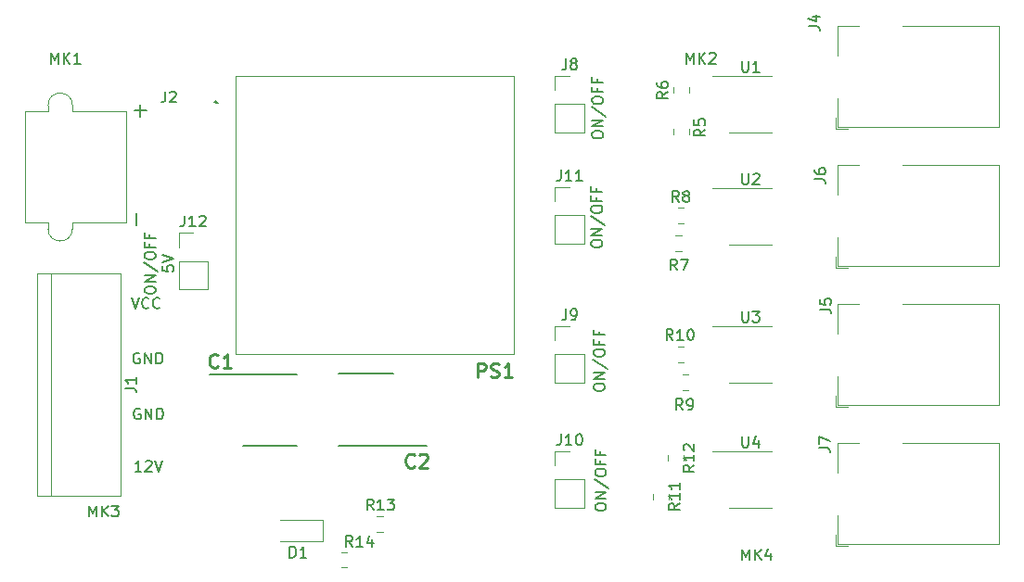
<source format=gto>
G04 #@! TF.GenerationSoftware,KiCad,Pcbnew,(5.1.5)-3*
G04 #@! TF.CreationDate,2020-10-25T23:42:07+01:00*
G04 #@! TF.ProjectId,alim_hat,616c696d-5f68-4617-942e-6b696361645f,rev?*
G04 #@! TF.SameCoordinates,Original*
G04 #@! TF.FileFunction,Legend,Top*
G04 #@! TF.FilePolarity,Positive*
%FSLAX46Y46*%
G04 Gerber Fmt 4.6, Leading zero omitted, Abs format (unit mm)*
G04 Created by KiCad (PCBNEW (5.1.5)-3) date 2020-10-25 23:42:07*
%MOMM*%
%LPD*%
G04 APERTURE LIST*
%ADD10C,0.150000*%
%ADD11C,0.120000*%
%ADD12C,0.200000*%
%ADD13C,0.100000*%
%ADD14C,0.254000*%
G04 APERTURE END LIST*
D10*
X210727940Y-122625469D02*
X210727940Y-122434993D01*
X210775560Y-122339755D01*
X210870798Y-122244517D01*
X211061274Y-122196898D01*
X211394607Y-122196898D01*
X211585083Y-122244517D01*
X211680321Y-122339755D01*
X211727940Y-122434993D01*
X211727940Y-122625469D01*
X211680321Y-122720707D01*
X211585083Y-122815945D01*
X211394607Y-122863564D01*
X211061274Y-122863564D01*
X210870798Y-122815945D01*
X210775560Y-122720707D01*
X210727940Y-122625469D01*
X211727940Y-121768326D02*
X210727940Y-121768326D01*
X211727940Y-121196898D01*
X210727940Y-121196898D01*
X210680321Y-120006421D02*
X211966036Y-120863564D01*
X210727940Y-119482612D02*
X210727940Y-119292136D01*
X210775560Y-119196898D01*
X210870798Y-119101660D01*
X211061274Y-119054040D01*
X211394607Y-119054040D01*
X211585083Y-119101660D01*
X211680321Y-119196898D01*
X211727940Y-119292136D01*
X211727940Y-119482612D01*
X211680321Y-119577850D01*
X211585083Y-119673088D01*
X211394607Y-119720707D01*
X211061274Y-119720707D01*
X210870798Y-119673088D01*
X210775560Y-119577850D01*
X210727940Y-119482612D01*
X211204131Y-118292136D02*
X211204131Y-118625469D01*
X211727940Y-118625469D02*
X210727940Y-118625469D01*
X210727940Y-118149279D01*
X211204131Y-117434993D02*
X211204131Y-117768326D01*
X211727940Y-117768326D02*
X210727940Y-117768326D01*
X210727940Y-117292136D01*
X212377940Y-120292136D02*
X212377940Y-120768326D01*
X212854131Y-120815945D01*
X212806512Y-120768326D01*
X212758893Y-120673088D01*
X212758893Y-120434993D01*
X212806512Y-120339755D01*
X212854131Y-120292136D01*
X212949369Y-120244517D01*
X213187464Y-120244517D01*
X213282702Y-120292136D01*
X213330321Y-120339755D01*
X213377940Y-120434993D01*
X213377940Y-120673088D01*
X213330321Y-120768326D01*
X213282702Y-120815945D01*
X212377940Y-119958802D02*
X213377940Y-119625469D01*
X212377940Y-119292136D01*
X210435032Y-139121440D02*
X209863603Y-139121440D01*
X210149318Y-139121440D02*
X210149318Y-138121440D01*
X210054080Y-138264298D01*
X209958841Y-138359536D01*
X209863603Y-138407155D01*
X210815984Y-138216679D02*
X210863603Y-138169060D01*
X210958841Y-138121440D01*
X211196937Y-138121440D01*
X211292175Y-138169060D01*
X211339794Y-138216679D01*
X211387413Y-138311917D01*
X211387413Y-138407155D01*
X211339794Y-138550012D01*
X210768365Y-139121440D01*
X211387413Y-139121440D01*
X211673127Y-138121440D02*
X212006460Y-139121440D01*
X212339794Y-138121440D01*
X210320115Y-133378620D02*
X210224877Y-133331000D01*
X210082020Y-133331000D01*
X209939162Y-133378620D01*
X209843924Y-133473858D01*
X209796305Y-133569096D01*
X209748686Y-133759572D01*
X209748686Y-133902429D01*
X209796305Y-134092905D01*
X209843924Y-134188143D01*
X209939162Y-134283381D01*
X210082020Y-134331000D01*
X210177258Y-134331000D01*
X210320115Y-134283381D01*
X210367734Y-134235762D01*
X210367734Y-133902429D01*
X210177258Y-133902429D01*
X210796305Y-134331000D02*
X210796305Y-133331000D01*
X211367734Y-134331000D01*
X211367734Y-133331000D01*
X211843924Y-134331000D02*
X211843924Y-133331000D01*
X212082020Y-133331000D01*
X212224877Y-133378620D01*
X212320115Y-133473858D01*
X212367734Y-133569096D01*
X212415353Y-133759572D01*
X212415353Y-133902429D01*
X212367734Y-134092905D01*
X212320115Y-134188143D01*
X212224877Y-134283381D01*
X212082020Y-134331000D01*
X211843924Y-134331000D01*
X210264235Y-128298620D02*
X210168997Y-128251000D01*
X210026140Y-128251000D01*
X209883282Y-128298620D01*
X209788044Y-128393858D01*
X209740425Y-128489096D01*
X209692806Y-128679572D01*
X209692806Y-128822429D01*
X209740425Y-129012905D01*
X209788044Y-129108143D01*
X209883282Y-129203381D01*
X210026140Y-129251000D01*
X210121378Y-129251000D01*
X210264235Y-129203381D01*
X210311854Y-129155762D01*
X210311854Y-128822429D01*
X210121378Y-128822429D01*
X210740425Y-129251000D02*
X210740425Y-128251000D01*
X211311854Y-129251000D01*
X211311854Y-128251000D01*
X211788044Y-129251000D02*
X211788044Y-128251000D01*
X212026140Y-128251000D01*
X212168997Y-128298620D01*
X212264235Y-128393858D01*
X212311854Y-128489096D01*
X212359473Y-128679572D01*
X212359473Y-128822429D01*
X212311854Y-129012905D01*
X212264235Y-129108143D01*
X212168997Y-129203381D01*
X212026140Y-129251000D01*
X211788044Y-129251000D01*
X209542946Y-123219260D02*
X209876280Y-124219260D01*
X210209613Y-123219260D01*
X211114375Y-124124022D02*
X211066756Y-124171641D01*
X210923899Y-124219260D01*
X210828660Y-124219260D01*
X210685803Y-124171641D01*
X210590565Y-124076403D01*
X210542946Y-123981165D01*
X210495327Y-123790689D01*
X210495327Y-123647832D01*
X210542946Y-123457356D01*
X210590565Y-123362118D01*
X210685803Y-123266880D01*
X210828660Y-123219260D01*
X210923899Y-123219260D01*
X211066756Y-123266880D01*
X211114375Y-123314499D01*
X212114375Y-124124022D02*
X212066756Y-124171641D01*
X211923899Y-124219260D01*
X211828660Y-124219260D01*
X211685803Y-124171641D01*
X211590565Y-124076403D01*
X211542946Y-123981165D01*
X211495327Y-123790689D01*
X211495327Y-123647832D01*
X211542946Y-123457356D01*
X211590565Y-123362118D01*
X211685803Y-123266880D01*
X211828660Y-123219260D01*
X211923899Y-123219260D01*
X212066756Y-123266880D01*
X212114375Y-123314499D01*
X251578260Y-108426869D02*
X251578260Y-108236393D01*
X251625880Y-108141155D01*
X251721118Y-108045917D01*
X251911594Y-107998298D01*
X252244927Y-107998298D01*
X252435403Y-108045917D01*
X252530641Y-108141155D01*
X252578260Y-108236393D01*
X252578260Y-108426869D01*
X252530641Y-108522107D01*
X252435403Y-108617345D01*
X252244927Y-108664964D01*
X251911594Y-108664964D01*
X251721118Y-108617345D01*
X251625880Y-108522107D01*
X251578260Y-108426869D01*
X252578260Y-107569726D02*
X251578260Y-107569726D01*
X252578260Y-106998298D01*
X251578260Y-106998298D01*
X251530641Y-105807821D02*
X252816356Y-106664964D01*
X251578260Y-105284012D02*
X251578260Y-105093536D01*
X251625880Y-104998298D01*
X251721118Y-104903060D01*
X251911594Y-104855440D01*
X252244927Y-104855440D01*
X252435403Y-104903060D01*
X252530641Y-104998298D01*
X252578260Y-105093536D01*
X252578260Y-105284012D01*
X252530641Y-105379250D01*
X252435403Y-105474488D01*
X252244927Y-105522107D01*
X251911594Y-105522107D01*
X251721118Y-105474488D01*
X251625880Y-105379250D01*
X251578260Y-105284012D01*
X252054451Y-104093536D02*
X252054451Y-104426869D01*
X252578260Y-104426869D02*
X251578260Y-104426869D01*
X251578260Y-103950679D01*
X252054451Y-103236393D02*
X252054451Y-103569726D01*
X252578260Y-103569726D02*
X251578260Y-103569726D01*
X251578260Y-103093536D01*
X251507140Y-118376049D02*
X251507140Y-118185573D01*
X251554760Y-118090335D01*
X251649998Y-117995097D01*
X251840474Y-117947478D01*
X252173807Y-117947478D01*
X252364283Y-117995097D01*
X252459521Y-118090335D01*
X252507140Y-118185573D01*
X252507140Y-118376049D01*
X252459521Y-118471287D01*
X252364283Y-118566525D01*
X252173807Y-118614144D01*
X251840474Y-118614144D01*
X251649998Y-118566525D01*
X251554760Y-118471287D01*
X251507140Y-118376049D01*
X252507140Y-117518906D02*
X251507140Y-117518906D01*
X252507140Y-116947478D01*
X251507140Y-116947478D01*
X251459521Y-115757001D02*
X252745236Y-116614144D01*
X251507140Y-115233192D02*
X251507140Y-115042716D01*
X251554760Y-114947478D01*
X251649998Y-114852240D01*
X251840474Y-114804620D01*
X252173807Y-114804620D01*
X252364283Y-114852240D01*
X252459521Y-114947478D01*
X252507140Y-115042716D01*
X252507140Y-115233192D01*
X252459521Y-115328430D01*
X252364283Y-115423668D01*
X252173807Y-115471287D01*
X251840474Y-115471287D01*
X251649998Y-115423668D01*
X251554760Y-115328430D01*
X251507140Y-115233192D01*
X251983331Y-114042716D02*
X251983331Y-114376049D01*
X252507140Y-114376049D02*
X251507140Y-114376049D01*
X251507140Y-113899859D01*
X251983331Y-113185573D02*
X251983331Y-113518906D01*
X252507140Y-113518906D02*
X251507140Y-113518906D01*
X251507140Y-113042716D01*
X251717960Y-131497689D02*
X251717960Y-131307213D01*
X251765580Y-131211975D01*
X251860818Y-131116737D01*
X252051294Y-131069118D01*
X252384627Y-131069118D01*
X252575103Y-131116737D01*
X252670341Y-131211975D01*
X252717960Y-131307213D01*
X252717960Y-131497689D01*
X252670341Y-131592927D01*
X252575103Y-131688165D01*
X252384627Y-131735784D01*
X252051294Y-131735784D01*
X251860818Y-131688165D01*
X251765580Y-131592927D01*
X251717960Y-131497689D01*
X252717960Y-130640546D02*
X251717960Y-130640546D01*
X252717960Y-130069118D01*
X251717960Y-130069118D01*
X251670341Y-128878641D02*
X252956056Y-129735784D01*
X251717960Y-128354832D02*
X251717960Y-128164356D01*
X251765580Y-128069118D01*
X251860818Y-127973880D01*
X252051294Y-127926260D01*
X252384627Y-127926260D01*
X252575103Y-127973880D01*
X252670341Y-128069118D01*
X252717960Y-128164356D01*
X252717960Y-128354832D01*
X252670341Y-128450070D01*
X252575103Y-128545308D01*
X252384627Y-128592927D01*
X252051294Y-128592927D01*
X251860818Y-128545308D01*
X251765580Y-128450070D01*
X251717960Y-128354832D01*
X252194151Y-127164356D02*
X252194151Y-127497689D01*
X252717960Y-127497689D02*
X251717960Y-127497689D01*
X251717960Y-127021499D01*
X252194151Y-126307213D02*
X252194151Y-126640546D01*
X252717960Y-126640546D02*
X251717960Y-126640546D01*
X251717960Y-126164356D01*
X251860200Y-142434929D02*
X251860200Y-142244453D01*
X251907820Y-142149215D01*
X252003058Y-142053977D01*
X252193534Y-142006358D01*
X252526867Y-142006358D01*
X252717343Y-142053977D01*
X252812581Y-142149215D01*
X252860200Y-142244453D01*
X252860200Y-142434929D01*
X252812581Y-142530167D01*
X252717343Y-142625405D01*
X252526867Y-142673024D01*
X252193534Y-142673024D01*
X252003058Y-142625405D01*
X251907820Y-142530167D01*
X251860200Y-142434929D01*
X252860200Y-141577786D02*
X251860200Y-141577786D01*
X252860200Y-141006358D01*
X251860200Y-141006358D01*
X251812581Y-139815881D02*
X253098296Y-140673024D01*
X251860200Y-139292072D02*
X251860200Y-139101596D01*
X251907820Y-139006358D01*
X252003058Y-138911120D01*
X252193534Y-138863500D01*
X252526867Y-138863500D01*
X252717343Y-138911120D01*
X252812581Y-139006358D01*
X252860200Y-139101596D01*
X252860200Y-139292072D01*
X252812581Y-139387310D01*
X252717343Y-139482548D01*
X252526867Y-139530167D01*
X252193534Y-139530167D01*
X252003058Y-139482548D01*
X251907820Y-139387310D01*
X251860200Y-139292072D01*
X252336391Y-138101596D02*
X252336391Y-138434929D01*
X252860200Y-138434929D02*
X251860200Y-138434929D01*
X251860200Y-137958739D01*
X252336391Y-137244453D02*
X252336391Y-137577786D01*
X252860200Y-137577786D02*
X251860200Y-137577786D01*
X251860200Y-137101596D01*
D11*
X228664402Y-147877900D02*
X229181558Y-147877900D01*
X228664402Y-146457900D02*
X229181558Y-146457900D01*
X226966740Y-145508520D02*
X223066740Y-145508520D01*
X226966740Y-143508520D02*
X223066740Y-143508520D01*
X226966740Y-145508520D02*
X226966740Y-143508520D01*
D12*
X219719020Y-136797620D02*
X224669020Y-136797620D01*
X216669020Y-130197620D02*
X224669020Y-130197620D01*
D11*
X232465778Y-143171140D02*
X231948622Y-143171140D01*
X232465778Y-144591140D02*
X231948622Y-144591140D01*
X201920200Y-105643580D02*
G75*
G02X204140200Y-105643580I1110000J0D01*
G01*
X204140200Y-116943580D02*
G75*
G02X201920200Y-116943580I-1110000J0D01*
G01*
X199820200Y-106233580D02*
X201920200Y-106233580D01*
X204140200Y-116943580D02*
X204140200Y-116353580D01*
X201920200Y-116943580D02*
X201920200Y-116353580D01*
X201920200Y-106233580D02*
X201920200Y-105643580D01*
X204140200Y-106233580D02*
X204140200Y-105643580D01*
X204140200Y-106233580D02*
X209040200Y-106233580D01*
X199820200Y-116353580D02*
X201920200Y-116353580D01*
X204140200Y-116353580D02*
X209040200Y-116353580D01*
X209040200Y-116353580D02*
X209040200Y-106233580D01*
X199820200Y-116353580D02*
X199820200Y-106233580D01*
X213846500Y-117273060D02*
X215176500Y-117273060D01*
X213846500Y-118603060D02*
X213846500Y-117273060D01*
X213846500Y-119873060D02*
X216506500Y-119873060D01*
X216506500Y-119873060D02*
X216506500Y-122473060D01*
X213846500Y-119873060D02*
X213846500Y-122473060D01*
X213846500Y-122473060D02*
X216506500Y-122473060D01*
D12*
X217290000Y-105410000D02*
X217290000Y-105410000D01*
X217390000Y-105410000D02*
X217390000Y-105410000D01*
X217290000Y-105410000D02*
X217290000Y-105410000D01*
D13*
X219050000Y-102970000D02*
X219050000Y-128370000D01*
X244450000Y-102970000D02*
X219050000Y-102970000D01*
X244450000Y-128370000D02*
X244450000Y-102970000D01*
X219050000Y-128370000D02*
X244450000Y-128370000D01*
D12*
X217190000Y-105410000D02*
G75*
G02X217290000Y-105410000I50000J0D01*
G01*
X217090000Y-105410000D02*
G75*
G02X217390000Y-105410000I150000J0D01*
G01*
X217190000Y-105410000D02*
G75*
G02X217290000Y-105410000I50000J0D01*
G01*
D11*
X259892000Y-138135158D02*
X259892000Y-137618002D01*
X258472000Y-138135158D02*
X258472000Y-137618002D01*
X258540720Y-141647978D02*
X258540720Y-141130822D01*
X257120720Y-141647978D02*
X257120720Y-141130822D01*
X259948578Y-127700000D02*
X259431422Y-127700000D01*
X259948578Y-129120000D02*
X259431422Y-129120000D01*
X259811422Y-131660000D02*
X260328578Y-131660000D01*
X259811422Y-130240000D02*
X260328578Y-130240000D01*
X259948578Y-115000000D02*
X259431422Y-115000000D01*
X259948578Y-116420000D02*
X259431422Y-116420000D01*
X259211422Y-118960000D02*
X259728578Y-118960000D01*
X259211422Y-117540000D02*
X259728578Y-117540000D01*
X260400000Y-104538578D02*
X260400000Y-104021422D01*
X258980000Y-104538578D02*
X258980000Y-104021422D01*
X260400000Y-108348578D02*
X260400000Y-107831422D01*
X258980000Y-108348578D02*
X258980000Y-107831422D01*
X248200000Y-113110000D02*
X249530000Y-113110000D01*
X248200000Y-114440000D02*
X248200000Y-113110000D01*
X248200000Y-115710000D02*
X250860000Y-115710000D01*
X250860000Y-115710000D02*
X250860000Y-118310000D01*
X248200000Y-115710000D02*
X248200000Y-118310000D01*
X248200000Y-118310000D02*
X250860000Y-118310000D01*
X248200000Y-137240000D02*
X249530000Y-137240000D01*
X248200000Y-138570000D02*
X248200000Y-137240000D01*
X248200000Y-139840000D02*
X250860000Y-139840000D01*
X250860000Y-139840000D02*
X250860000Y-142440000D01*
X248200000Y-139840000D02*
X248200000Y-142440000D01*
X248200000Y-142440000D02*
X250860000Y-142440000D01*
X248200000Y-125810000D02*
X249530000Y-125810000D01*
X248200000Y-127140000D02*
X248200000Y-125810000D01*
X248200000Y-128410000D02*
X250860000Y-128410000D01*
X250860000Y-128410000D02*
X250860000Y-131010000D01*
X248200000Y-128410000D02*
X248200000Y-131010000D01*
X248200000Y-131010000D02*
X250860000Y-131010000D01*
X248200000Y-102950000D02*
X249530000Y-102950000D01*
X248200000Y-104280000D02*
X248200000Y-102950000D01*
X248200000Y-105550000D02*
X250860000Y-105550000D01*
X250860000Y-105550000D02*
X250860000Y-108150000D01*
X248200000Y-105550000D02*
X248200000Y-108150000D01*
X248200000Y-108150000D02*
X250860000Y-108150000D01*
X274030000Y-145710000D02*
X274030000Y-143110000D01*
X288730000Y-145710000D02*
X274030000Y-145710000D01*
X274030000Y-136510000D02*
X275930000Y-136510000D01*
X274030000Y-139210000D02*
X274030000Y-136510000D01*
X288730000Y-136510000D02*
X288730000Y-145710000D01*
X279930000Y-136510000D02*
X288730000Y-136510000D01*
X274880000Y-145910000D02*
X273830000Y-145910000D01*
X273830000Y-144860000D02*
X273830000Y-145910000D01*
X274030000Y-120310000D02*
X274030000Y-117710000D01*
X288730000Y-120310000D02*
X274030000Y-120310000D01*
X274030000Y-111110000D02*
X275930000Y-111110000D01*
X274030000Y-113810000D02*
X274030000Y-111110000D01*
X288730000Y-111110000D02*
X288730000Y-120310000D01*
X279930000Y-111110000D02*
X288730000Y-111110000D01*
X274880000Y-120510000D02*
X273830000Y-120510000D01*
X273830000Y-119460000D02*
X273830000Y-120510000D01*
X274030000Y-133010000D02*
X274030000Y-130410000D01*
X288730000Y-133010000D02*
X274030000Y-133010000D01*
X274030000Y-123810000D02*
X275930000Y-123810000D01*
X274030000Y-126510000D02*
X274030000Y-123810000D01*
X288730000Y-123810000D02*
X288730000Y-133010000D01*
X279930000Y-123810000D02*
X288730000Y-123810000D01*
X274880000Y-133210000D02*
X273830000Y-133210000D01*
X273830000Y-132160000D02*
X273830000Y-133210000D01*
X274030000Y-107610000D02*
X274030000Y-105010000D01*
X288730000Y-107610000D02*
X274030000Y-107610000D01*
X274030000Y-98410000D02*
X275930000Y-98410000D01*
X274030000Y-101110000D02*
X274030000Y-98410000D01*
X288730000Y-98410000D02*
X288730000Y-107610000D01*
X279930000Y-98410000D02*
X288730000Y-98410000D01*
X274880000Y-107810000D02*
X273830000Y-107810000D01*
X273830000Y-106760000D02*
X273830000Y-107810000D01*
X266040000Y-137280000D02*
X262590000Y-137280000D01*
X266040000Y-137280000D02*
X267990000Y-137280000D01*
X266040000Y-142400000D02*
X264090000Y-142400000D01*
X266040000Y-142400000D02*
X267990000Y-142400000D01*
X266040000Y-125850000D02*
X262590000Y-125850000D01*
X266040000Y-125850000D02*
X267990000Y-125850000D01*
X266040000Y-130970000D02*
X264090000Y-130970000D01*
X266040000Y-130970000D02*
X267990000Y-130970000D01*
X266040000Y-113250000D02*
X262590000Y-113250000D01*
X266040000Y-113250000D02*
X267990000Y-113250000D01*
X266040000Y-118370000D02*
X264090000Y-118370000D01*
X266040000Y-118370000D02*
X267990000Y-118370000D01*
X266040000Y-102990000D02*
X262590000Y-102990000D01*
X266040000Y-102990000D02*
X267990000Y-102990000D01*
X266040000Y-108110000D02*
X264090000Y-108110000D01*
X266040000Y-108110000D02*
X267990000Y-108110000D01*
D12*
X233400000Y-130190000D02*
X228450000Y-130190000D01*
X236450000Y-136790000D02*
X228450000Y-136790000D01*
D11*
X200900000Y-121020000D02*
X200900000Y-141340000D01*
X208520000Y-121020000D02*
X208520000Y-141340000D01*
X202170000Y-141340000D02*
X202170000Y-121020000D01*
X200900000Y-141340000D02*
X208520000Y-141340000D01*
X208520000Y-121020000D02*
X200900000Y-121020000D01*
D10*
X229699982Y-145984520D02*
X229366649Y-145508330D01*
X229128554Y-145984520D02*
X229128554Y-144984520D01*
X229509506Y-144984520D01*
X229604744Y-145032140D01*
X229652363Y-145079759D01*
X229699982Y-145174997D01*
X229699982Y-145317854D01*
X229652363Y-145413092D01*
X229604744Y-145460711D01*
X229509506Y-145508330D01*
X229128554Y-145508330D01*
X230652363Y-145984520D02*
X230080935Y-145984520D01*
X230366649Y-145984520D02*
X230366649Y-144984520D01*
X230271411Y-145127378D01*
X230176173Y-145222616D01*
X230080935Y-145270235D01*
X231509506Y-145317854D02*
X231509506Y-145984520D01*
X231271411Y-144936901D02*
X231033316Y-145651187D01*
X231652363Y-145651187D01*
X223978644Y-146960900D02*
X223978644Y-145960900D01*
X224216740Y-145960900D01*
X224359597Y-146008520D01*
X224454835Y-146103758D01*
X224502454Y-146198996D01*
X224550073Y-146389472D01*
X224550073Y-146532329D01*
X224502454Y-146722805D01*
X224454835Y-146818043D01*
X224359597Y-146913281D01*
X224216740Y-146960900D01*
X223978644Y-146960900D01*
X225502454Y-146960900D02*
X224931025Y-146960900D01*
X225216740Y-146960900D02*
X225216740Y-145960900D01*
X225121501Y-146103758D01*
X225026263Y-146198996D01*
X224931025Y-146246615D01*
D14*
X217428633Y-129513811D02*
X217368157Y-129574287D01*
X217186728Y-129634763D01*
X217065776Y-129634763D01*
X216884347Y-129574287D01*
X216763395Y-129453335D01*
X216702919Y-129332382D01*
X216642442Y-129090478D01*
X216642442Y-128909049D01*
X216702919Y-128667144D01*
X216763395Y-128546192D01*
X216884347Y-128425240D01*
X217065776Y-128364763D01*
X217186728Y-128364763D01*
X217368157Y-128425240D01*
X217428633Y-128485716D01*
X218638157Y-129634763D02*
X217912442Y-129634763D01*
X218275300Y-129634763D02*
X218275300Y-128364763D01*
X218154347Y-128546192D01*
X218033395Y-128667144D01*
X217912442Y-128727620D01*
D10*
X265294356Y-147206260D02*
X265294356Y-146206260D01*
X265627689Y-146920546D01*
X265961022Y-146206260D01*
X265961022Y-147206260D01*
X266437213Y-147206260D02*
X266437213Y-146206260D01*
X267008641Y-147206260D02*
X266580070Y-146634832D01*
X267008641Y-146206260D02*
X266437213Y-146777689D01*
X267865784Y-146539594D02*
X267865784Y-147206260D01*
X267627689Y-146158641D02*
X267389594Y-146872927D01*
X268008641Y-146872927D01*
X205685636Y-143226080D02*
X205685636Y-142226080D01*
X206018969Y-142940366D01*
X206352302Y-142226080D01*
X206352302Y-143226080D01*
X206828493Y-143226080D02*
X206828493Y-142226080D01*
X207399921Y-143226080D02*
X206971350Y-142654652D01*
X207399921Y-142226080D02*
X206828493Y-142797509D01*
X207733255Y-142226080D02*
X208352302Y-142226080D01*
X208018969Y-142607033D01*
X208161826Y-142607033D01*
X208257064Y-142654652D01*
X208304683Y-142702271D01*
X208352302Y-142797509D01*
X208352302Y-143035604D01*
X208304683Y-143130842D01*
X208257064Y-143178461D01*
X208161826Y-143226080D01*
X207876112Y-143226080D01*
X207780874Y-143178461D01*
X207733255Y-143130842D01*
X260200476Y-101852380D02*
X260200476Y-100852380D01*
X260533809Y-101566666D01*
X260867142Y-100852380D01*
X260867142Y-101852380D01*
X261343333Y-101852380D02*
X261343333Y-100852380D01*
X261914761Y-101852380D02*
X261486190Y-101280952D01*
X261914761Y-100852380D02*
X261343333Y-101423809D01*
X262295714Y-100947619D02*
X262343333Y-100900000D01*
X262438571Y-100852380D01*
X262676666Y-100852380D01*
X262771904Y-100900000D01*
X262819523Y-100947619D01*
X262867142Y-101042857D01*
X262867142Y-101138095D01*
X262819523Y-101280952D01*
X262248095Y-101852380D01*
X262867142Y-101852380D01*
X202200476Y-101852380D02*
X202200476Y-100852380D01*
X202533809Y-101566666D01*
X202867142Y-100852380D01*
X202867142Y-101852380D01*
X203343333Y-101852380D02*
X203343333Y-100852380D01*
X203914761Y-101852380D02*
X203486190Y-101280952D01*
X203914761Y-100852380D02*
X203343333Y-101423809D01*
X204867142Y-101852380D02*
X204295714Y-101852380D01*
X204581428Y-101852380D02*
X204581428Y-100852380D01*
X204486190Y-100995238D01*
X204390952Y-101090476D01*
X204295714Y-101138095D01*
X231615142Y-142629180D02*
X231281809Y-142152990D01*
X231043714Y-142629180D02*
X231043714Y-141629180D01*
X231424666Y-141629180D01*
X231519904Y-141676800D01*
X231567523Y-141724419D01*
X231615142Y-141819657D01*
X231615142Y-141962514D01*
X231567523Y-142057752D01*
X231519904Y-142105371D01*
X231424666Y-142152990D01*
X231043714Y-142152990D01*
X232567523Y-142629180D02*
X231996095Y-142629180D01*
X232281809Y-142629180D02*
X232281809Y-141629180D01*
X232186571Y-141772038D01*
X232091333Y-141867276D01*
X231996095Y-141914895D01*
X232900857Y-141629180D02*
X233519904Y-141629180D01*
X233186571Y-142010133D01*
X233329428Y-142010133D01*
X233424666Y-142057752D01*
X233472285Y-142105371D01*
X233519904Y-142200609D01*
X233519904Y-142438704D01*
X233472285Y-142533942D01*
X233424666Y-142581561D01*
X233329428Y-142629180D01*
X233043714Y-142629180D01*
X232948476Y-142581561D01*
X232900857Y-142533942D01*
X212618126Y-104387700D02*
X212618126Y-105101986D01*
X212570507Y-105244843D01*
X212475269Y-105340081D01*
X212332412Y-105387700D01*
X212237174Y-105387700D01*
X213046698Y-104482939D02*
X213094317Y-104435320D01*
X213189555Y-104387700D01*
X213427650Y-104387700D01*
X213522888Y-104435320D01*
X213570507Y-104482939D01*
X213618126Y-104578177D01*
X213618126Y-104673415D01*
X213570507Y-104816272D01*
X212999079Y-105387700D01*
X213618126Y-105387700D01*
X210340802Y-106713248D02*
X210340802Y-105570391D01*
X210912231Y-106141820D02*
X209769374Y-106141820D01*
X209957262Y-116634488D02*
X209957262Y-115491631D01*
X214366976Y-115725440D02*
X214366976Y-116439726D01*
X214319357Y-116582583D01*
X214224119Y-116677821D01*
X214081261Y-116725440D01*
X213986023Y-116725440D01*
X215366976Y-116725440D02*
X214795547Y-116725440D01*
X215081261Y-116725440D02*
X215081261Y-115725440D01*
X214986023Y-115868298D01*
X214890785Y-115963536D01*
X214795547Y-116011155D01*
X215747928Y-115820679D02*
X215795547Y-115773060D01*
X215890785Y-115725440D01*
X216128880Y-115725440D01*
X216224119Y-115773060D01*
X216271738Y-115820679D01*
X216319357Y-115915917D01*
X216319357Y-116011155D01*
X216271738Y-116154012D01*
X215700309Y-116725440D01*
X216319357Y-116725440D01*
D14*
X241137477Y-130495823D02*
X241137477Y-129225823D01*
X241621286Y-129225823D01*
X241742239Y-129286300D01*
X241802715Y-129346776D01*
X241863191Y-129467728D01*
X241863191Y-129649157D01*
X241802715Y-129770109D01*
X241742239Y-129830585D01*
X241621286Y-129891061D01*
X241137477Y-129891061D01*
X242347000Y-130435347D02*
X242528429Y-130495823D01*
X242830810Y-130495823D01*
X242951762Y-130435347D01*
X243012239Y-130374871D01*
X243072715Y-130253919D01*
X243072715Y-130132966D01*
X243012239Y-130012014D01*
X242951762Y-129951538D01*
X242830810Y-129891061D01*
X242588905Y-129830585D01*
X242467953Y-129770109D01*
X242407477Y-129709633D01*
X242347000Y-129588680D01*
X242347000Y-129467728D01*
X242407477Y-129346776D01*
X242467953Y-129286300D01*
X242588905Y-129225823D01*
X242891286Y-129225823D01*
X243072715Y-129286300D01*
X244282239Y-130495823D02*
X243556524Y-130495823D01*
X243919381Y-130495823D02*
X243919381Y-129225823D01*
X243798429Y-129407252D01*
X243677477Y-129528204D01*
X243556524Y-129588680D01*
D10*
X260904380Y-138519437D02*
X260428190Y-138852770D01*
X260904380Y-139090865D02*
X259904380Y-139090865D01*
X259904380Y-138709913D01*
X259952000Y-138614675D01*
X259999619Y-138567056D01*
X260094857Y-138519437D01*
X260237714Y-138519437D01*
X260332952Y-138567056D01*
X260380571Y-138614675D01*
X260428190Y-138709913D01*
X260428190Y-139090865D01*
X260904380Y-137567056D02*
X260904380Y-138138484D01*
X260904380Y-137852770D02*
X259904380Y-137852770D01*
X260047238Y-137948008D01*
X260142476Y-138043246D01*
X260190095Y-138138484D01*
X259999619Y-137186103D02*
X259952000Y-137138484D01*
X259904380Y-137043246D01*
X259904380Y-136805151D01*
X259952000Y-136709913D01*
X259999619Y-136662294D01*
X260094857Y-136614675D01*
X260190095Y-136614675D01*
X260332952Y-136662294D01*
X260904380Y-137233722D01*
X260904380Y-136614675D01*
X259553100Y-142032257D02*
X259076910Y-142365590D01*
X259553100Y-142603685D02*
X258553100Y-142603685D01*
X258553100Y-142222733D01*
X258600720Y-142127495D01*
X258648339Y-142079876D01*
X258743577Y-142032257D01*
X258886434Y-142032257D01*
X258981672Y-142079876D01*
X259029291Y-142127495D01*
X259076910Y-142222733D01*
X259076910Y-142603685D01*
X259553100Y-141079876D02*
X259553100Y-141651304D01*
X259553100Y-141365590D02*
X258553100Y-141365590D01*
X258695958Y-141460828D01*
X258791196Y-141556066D01*
X258838815Y-141651304D01*
X259553100Y-140127495D02*
X259553100Y-140698923D01*
X259553100Y-140413209D02*
X258553100Y-140413209D01*
X258695958Y-140508447D01*
X258791196Y-140603685D01*
X258838815Y-140698923D01*
X258953162Y-127104700D02*
X258619829Y-126628510D01*
X258381734Y-127104700D02*
X258381734Y-126104700D01*
X258762686Y-126104700D01*
X258857924Y-126152320D01*
X258905543Y-126199939D01*
X258953162Y-126295177D01*
X258953162Y-126438034D01*
X258905543Y-126533272D01*
X258857924Y-126580891D01*
X258762686Y-126628510D01*
X258381734Y-126628510D01*
X259905543Y-127104700D02*
X259334115Y-127104700D01*
X259619829Y-127104700D02*
X259619829Y-126104700D01*
X259524591Y-126247558D01*
X259429353Y-126342796D01*
X259334115Y-126390415D01*
X260524591Y-126104700D02*
X260619829Y-126104700D01*
X260715067Y-126152320D01*
X260762686Y-126199939D01*
X260810305Y-126295177D01*
X260857924Y-126485653D01*
X260857924Y-126723748D01*
X260810305Y-126914224D01*
X260762686Y-127009462D01*
X260715067Y-127057081D01*
X260619829Y-127104700D01*
X260524591Y-127104700D01*
X260429353Y-127057081D01*
X260381734Y-127009462D01*
X260334115Y-126914224D01*
X260286496Y-126723748D01*
X260286496Y-126485653D01*
X260334115Y-126295177D01*
X260381734Y-126199939D01*
X260429353Y-126152320D01*
X260524591Y-126104700D01*
X259845913Y-133475020D02*
X259512580Y-132998830D01*
X259274484Y-133475020D02*
X259274484Y-132475020D01*
X259655437Y-132475020D01*
X259750675Y-132522640D01*
X259798294Y-132570259D01*
X259845913Y-132665497D01*
X259845913Y-132808354D01*
X259798294Y-132903592D01*
X259750675Y-132951211D01*
X259655437Y-132998830D01*
X259274484Y-132998830D01*
X260322103Y-133475020D02*
X260512580Y-133475020D01*
X260607818Y-133427401D01*
X260655437Y-133379782D01*
X260750675Y-133236925D01*
X260798294Y-133046449D01*
X260798294Y-132665497D01*
X260750675Y-132570259D01*
X260703056Y-132522640D01*
X260607818Y-132475020D01*
X260417341Y-132475020D01*
X260322103Y-132522640D01*
X260274484Y-132570259D01*
X260226865Y-132665497D01*
X260226865Y-132903592D01*
X260274484Y-132998830D01*
X260322103Y-133046449D01*
X260417341Y-133094068D01*
X260607818Y-133094068D01*
X260703056Y-133046449D01*
X260750675Y-132998830D01*
X260798294Y-132903592D01*
X259503013Y-114470740D02*
X259169680Y-113994550D01*
X258931584Y-114470740D02*
X258931584Y-113470740D01*
X259312537Y-113470740D01*
X259407775Y-113518360D01*
X259455394Y-113565979D01*
X259503013Y-113661217D01*
X259503013Y-113804074D01*
X259455394Y-113899312D01*
X259407775Y-113946931D01*
X259312537Y-113994550D01*
X258931584Y-113994550D01*
X260074441Y-113899312D02*
X259979203Y-113851693D01*
X259931584Y-113804074D01*
X259883965Y-113708836D01*
X259883965Y-113661217D01*
X259931584Y-113565979D01*
X259979203Y-113518360D01*
X260074441Y-113470740D01*
X260264918Y-113470740D01*
X260360156Y-113518360D01*
X260407775Y-113565979D01*
X260455394Y-113661217D01*
X260455394Y-113708836D01*
X260407775Y-113804074D01*
X260360156Y-113851693D01*
X260264918Y-113899312D01*
X260074441Y-113899312D01*
X259979203Y-113946931D01*
X259931584Y-113994550D01*
X259883965Y-114089788D01*
X259883965Y-114280264D01*
X259931584Y-114375502D01*
X259979203Y-114423121D01*
X260074441Y-114470740D01*
X260264918Y-114470740D01*
X260360156Y-114423121D01*
X260407775Y-114375502D01*
X260455394Y-114280264D01*
X260455394Y-114089788D01*
X260407775Y-113994550D01*
X260360156Y-113946931D01*
X260264918Y-113899312D01*
X259327753Y-120703900D02*
X258994420Y-120227710D01*
X258756324Y-120703900D02*
X258756324Y-119703900D01*
X259137277Y-119703900D01*
X259232515Y-119751520D01*
X259280134Y-119799139D01*
X259327753Y-119894377D01*
X259327753Y-120037234D01*
X259280134Y-120132472D01*
X259232515Y-120180091D01*
X259137277Y-120227710D01*
X258756324Y-120227710D01*
X259661086Y-119703900D02*
X260327753Y-119703900D01*
X259899181Y-120703900D01*
X258492380Y-104446666D02*
X258016190Y-104780000D01*
X258492380Y-105018095D02*
X257492380Y-105018095D01*
X257492380Y-104637142D01*
X257540000Y-104541904D01*
X257587619Y-104494285D01*
X257682857Y-104446666D01*
X257825714Y-104446666D01*
X257920952Y-104494285D01*
X257968571Y-104541904D01*
X258016190Y-104637142D01*
X258016190Y-105018095D01*
X257492380Y-103589523D02*
X257492380Y-103780000D01*
X257540000Y-103875238D01*
X257587619Y-103922857D01*
X257730476Y-104018095D01*
X257920952Y-104065714D01*
X258301904Y-104065714D01*
X258397142Y-104018095D01*
X258444761Y-103970476D01*
X258492380Y-103875238D01*
X258492380Y-103684761D01*
X258444761Y-103589523D01*
X258397142Y-103541904D01*
X258301904Y-103494285D01*
X258063809Y-103494285D01*
X257968571Y-103541904D01*
X257920952Y-103589523D01*
X257873333Y-103684761D01*
X257873333Y-103875238D01*
X257920952Y-103970476D01*
X257968571Y-104018095D01*
X258063809Y-104065714D01*
X261897520Y-107850266D02*
X261421330Y-108183600D01*
X261897520Y-108421695D02*
X260897520Y-108421695D01*
X260897520Y-108040742D01*
X260945140Y-107945504D01*
X260992759Y-107897885D01*
X261087997Y-107850266D01*
X261230854Y-107850266D01*
X261326092Y-107897885D01*
X261373711Y-107945504D01*
X261421330Y-108040742D01*
X261421330Y-108421695D01*
X260897520Y-106945504D02*
X260897520Y-107421695D01*
X261373711Y-107469314D01*
X261326092Y-107421695D01*
X261278473Y-107326457D01*
X261278473Y-107088361D01*
X261326092Y-106993123D01*
X261373711Y-106945504D01*
X261468949Y-106897885D01*
X261707044Y-106897885D01*
X261802282Y-106945504D01*
X261849901Y-106993123D01*
X261897520Y-107088361D01*
X261897520Y-107326457D01*
X261849901Y-107421695D01*
X261802282Y-107469314D01*
X248720476Y-111562380D02*
X248720476Y-112276666D01*
X248672857Y-112419523D01*
X248577619Y-112514761D01*
X248434761Y-112562380D01*
X248339523Y-112562380D01*
X249720476Y-112562380D02*
X249149047Y-112562380D01*
X249434761Y-112562380D02*
X249434761Y-111562380D01*
X249339523Y-111705238D01*
X249244285Y-111800476D01*
X249149047Y-111848095D01*
X250672857Y-112562380D02*
X250101428Y-112562380D01*
X250387142Y-112562380D02*
X250387142Y-111562380D01*
X250291904Y-111705238D01*
X250196666Y-111800476D01*
X250101428Y-111848095D01*
X248720476Y-135692380D02*
X248720476Y-136406666D01*
X248672857Y-136549523D01*
X248577619Y-136644761D01*
X248434761Y-136692380D01*
X248339523Y-136692380D01*
X249720476Y-136692380D02*
X249149047Y-136692380D01*
X249434761Y-136692380D02*
X249434761Y-135692380D01*
X249339523Y-135835238D01*
X249244285Y-135930476D01*
X249149047Y-135978095D01*
X250339523Y-135692380D02*
X250434761Y-135692380D01*
X250530000Y-135740000D01*
X250577619Y-135787619D01*
X250625238Y-135882857D01*
X250672857Y-136073333D01*
X250672857Y-136311428D01*
X250625238Y-136501904D01*
X250577619Y-136597142D01*
X250530000Y-136644761D01*
X250434761Y-136692380D01*
X250339523Y-136692380D01*
X250244285Y-136644761D01*
X250196666Y-136597142D01*
X250149047Y-136501904D01*
X250101428Y-136311428D01*
X250101428Y-136073333D01*
X250149047Y-135882857D01*
X250196666Y-135787619D01*
X250244285Y-135740000D01*
X250339523Y-135692380D01*
X249196666Y-124262380D02*
X249196666Y-124976666D01*
X249149047Y-125119523D01*
X249053809Y-125214761D01*
X248910952Y-125262380D01*
X248815714Y-125262380D01*
X249720476Y-125262380D02*
X249910952Y-125262380D01*
X250006190Y-125214761D01*
X250053809Y-125167142D01*
X250149047Y-125024285D01*
X250196666Y-124833809D01*
X250196666Y-124452857D01*
X250149047Y-124357619D01*
X250101428Y-124310000D01*
X250006190Y-124262380D01*
X249815714Y-124262380D01*
X249720476Y-124310000D01*
X249672857Y-124357619D01*
X249625238Y-124452857D01*
X249625238Y-124690952D01*
X249672857Y-124786190D01*
X249720476Y-124833809D01*
X249815714Y-124881428D01*
X250006190Y-124881428D01*
X250101428Y-124833809D01*
X250149047Y-124786190D01*
X250196666Y-124690952D01*
X249196666Y-101402380D02*
X249196666Y-102116666D01*
X249149047Y-102259523D01*
X249053809Y-102354761D01*
X248910952Y-102402380D01*
X248815714Y-102402380D01*
X249815714Y-101830952D02*
X249720476Y-101783333D01*
X249672857Y-101735714D01*
X249625238Y-101640476D01*
X249625238Y-101592857D01*
X249672857Y-101497619D01*
X249720476Y-101450000D01*
X249815714Y-101402380D01*
X250006190Y-101402380D01*
X250101428Y-101450000D01*
X250149047Y-101497619D01*
X250196666Y-101592857D01*
X250196666Y-101640476D01*
X250149047Y-101735714D01*
X250101428Y-101783333D01*
X250006190Y-101830952D01*
X249815714Y-101830952D01*
X249720476Y-101878571D01*
X249672857Y-101926190D01*
X249625238Y-102021428D01*
X249625238Y-102211904D01*
X249672857Y-102307142D01*
X249720476Y-102354761D01*
X249815714Y-102402380D01*
X250006190Y-102402380D01*
X250101428Y-102354761D01*
X250149047Y-102307142D01*
X250196666Y-102211904D01*
X250196666Y-102021428D01*
X250149047Y-101926190D01*
X250101428Y-101878571D01*
X250006190Y-101830952D01*
X272302120Y-136967853D02*
X273016406Y-136967853D01*
X273159263Y-137015472D01*
X273254501Y-137110710D01*
X273302120Y-137253567D01*
X273302120Y-137348805D01*
X272302120Y-136586900D02*
X272302120Y-135920234D01*
X273302120Y-136348805D01*
X271875400Y-112390813D02*
X272589686Y-112390813D01*
X272732543Y-112438432D01*
X272827781Y-112533670D01*
X272875400Y-112676527D01*
X272875400Y-112771765D01*
X271875400Y-111486051D02*
X271875400Y-111676527D01*
X271923020Y-111771765D01*
X271970639Y-111819384D01*
X272113496Y-111914622D01*
X272303972Y-111962241D01*
X272684924Y-111962241D01*
X272780162Y-111914622D01*
X272827781Y-111867003D01*
X272875400Y-111771765D01*
X272875400Y-111581289D01*
X272827781Y-111486051D01*
X272780162Y-111438432D01*
X272684924Y-111390813D01*
X272446829Y-111390813D01*
X272351591Y-111438432D01*
X272303972Y-111486051D01*
X272256353Y-111581289D01*
X272256353Y-111771765D01*
X272303972Y-111867003D01*
X272351591Y-111914622D01*
X272446829Y-111962241D01*
X272388480Y-124293253D02*
X273102766Y-124293253D01*
X273245623Y-124340872D01*
X273340861Y-124436110D01*
X273388480Y-124578967D01*
X273388480Y-124674205D01*
X272388480Y-123340872D02*
X272388480Y-123817062D01*
X272864671Y-123864681D01*
X272817052Y-123817062D01*
X272769433Y-123721824D01*
X272769433Y-123483729D01*
X272817052Y-123388491D01*
X272864671Y-123340872D01*
X272959909Y-123293253D01*
X273198004Y-123293253D01*
X273293242Y-123340872D01*
X273340861Y-123388491D01*
X273388480Y-123483729D01*
X273388480Y-123721824D01*
X273340861Y-123817062D01*
X273293242Y-123864681D01*
X271359780Y-98430973D02*
X272074066Y-98430973D01*
X272216923Y-98478592D01*
X272312161Y-98573830D01*
X272359780Y-98716687D01*
X272359780Y-98811925D01*
X271693114Y-97526211D02*
X272359780Y-97526211D01*
X271312161Y-97764306D02*
X272026447Y-98002401D01*
X272026447Y-97383354D01*
X265278095Y-135892380D02*
X265278095Y-136701904D01*
X265325714Y-136797142D01*
X265373333Y-136844761D01*
X265468571Y-136892380D01*
X265659047Y-136892380D01*
X265754285Y-136844761D01*
X265801904Y-136797142D01*
X265849523Y-136701904D01*
X265849523Y-135892380D01*
X266754285Y-136225714D02*
X266754285Y-136892380D01*
X266516190Y-135844761D02*
X266278095Y-136559047D01*
X266897142Y-136559047D01*
X265278095Y-124462380D02*
X265278095Y-125271904D01*
X265325714Y-125367142D01*
X265373333Y-125414761D01*
X265468571Y-125462380D01*
X265659047Y-125462380D01*
X265754285Y-125414761D01*
X265801904Y-125367142D01*
X265849523Y-125271904D01*
X265849523Y-124462380D01*
X266230476Y-124462380D02*
X266849523Y-124462380D01*
X266516190Y-124843333D01*
X266659047Y-124843333D01*
X266754285Y-124890952D01*
X266801904Y-124938571D01*
X266849523Y-125033809D01*
X266849523Y-125271904D01*
X266801904Y-125367142D01*
X266754285Y-125414761D01*
X266659047Y-125462380D01*
X266373333Y-125462380D01*
X266278095Y-125414761D01*
X266230476Y-125367142D01*
X265278095Y-111862380D02*
X265278095Y-112671904D01*
X265325714Y-112767142D01*
X265373333Y-112814761D01*
X265468571Y-112862380D01*
X265659047Y-112862380D01*
X265754285Y-112814761D01*
X265801904Y-112767142D01*
X265849523Y-112671904D01*
X265849523Y-111862380D01*
X266278095Y-111957619D02*
X266325714Y-111910000D01*
X266420952Y-111862380D01*
X266659047Y-111862380D01*
X266754285Y-111910000D01*
X266801904Y-111957619D01*
X266849523Y-112052857D01*
X266849523Y-112148095D01*
X266801904Y-112290952D01*
X266230476Y-112862380D01*
X266849523Y-112862380D01*
X265278095Y-101602380D02*
X265278095Y-102411904D01*
X265325714Y-102507142D01*
X265373333Y-102554761D01*
X265468571Y-102602380D01*
X265659047Y-102602380D01*
X265754285Y-102554761D01*
X265801904Y-102507142D01*
X265849523Y-102411904D01*
X265849523Y-101602380D01*
X266849523Y-102602380D02*
X266278095Y-102602380D01*
X266563809Y-102602380D02*
X266563809Y-101602380D01*
X266468571Y-101745238D01*
X266373333Y-101840476D01*
X266278095Y-101888095D01*
D14*
X235355953Y-138650191D02*
X235295477Y-138710667D01*
X235114048Y-138771143D01*
X234993096Y-138771143D01*
X234811667Y-138710667D01*
X234690715Y-138589715D01*
X234630239Y-138468762D01*
X234569762Y-138226858D01*
X234569762Y-138045429D01*
X234630239Y-137803524D01*
X234690715Y-137682572D01*
X234811667Y-137561620D01*
X234993096Y-137501143D01*
X235114048Y-137501143D01*
X235295477Y-137561620D01*
X235355953Y-137622096D01*
X235839762Y-137622096D02*
X235900239Y-137561620D01*
X236021191Y-137501143D01*
X236323572Y-137501143D01*
X236444524Y-137561620D01*
X236505000Y-137622096D01*
X236565477Y-137743048D01*
X236565477Y-137864000D01*
X236505000Y-138045429D01*
X235779286Y-138771143D01*
X236565477Y-138771143D01*
D10*
X208962380Y-131493333D02*
X209676666Y-131493333D01*
X209819523Y-131540952D01*
X209914761Y-131636190D01*
X209962380Y-131779047D01*
X209962380Y-131874285D01*
X209962380Y-130493333D02*
X209962380Y-131064761D01*
X209962380Y-130779047D02*
X208962380Y-130779047D01*
X209105238Y-130874285D01*
X209200476Y-130969523D01*
X209248095Y-131064761D01*
M02*

</source>
